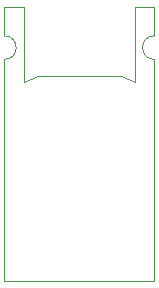
<source format=gbr>
%TF.GenerationSoftware,KiCad,Pcbnew,(6.0.8)*%
%TF.CreationDate,2022-11-05T21:02:43+01:00*%
%TF.ProjectId,epi,6570692e-6b69-4636-9164-5f7063625858,1_1*%
%TF.SameCoordinates,Original*%
%TF.FileFunction,Profile,NP*%
%FSLAX46Y46*%
G04 Gerber Fmt 4.6, Leading zero omitted, Abs format (unit mm)*
G04 Created by KiCad (PCBNEW (6.0.8)) date 2022-11-05 21:02:43*
%MOMM*%
%LPD*%
G01*
G04 APERTURE LIST*
%TA.AperFunction,Profile*%
%ADD10C,0.100000*%
%TD*%
G04 APERTURE END LIST*
D10*
X110690000Y-51036500D02*
X110690000Y-53436500D01*
X97990000Y-51036500D02*
X97990000Y-53436500D01*
X99640000Y-57336500D02*
X100840000Y-56836500D01*
X100840000Y-56836500D02*
X107840000Y-56836500D01*
X110690000Y-53436500D02*
G75*
G03*
X110690000Y-55436500I0J-1000000D01*
G01*
X97990000Y-55436500D02*
G75*
G03*
X97990000Y-53436500I0J1000000D01*
G01*
X109040000Y-51036500D02*
X110690000Y-51036500D01*
X109040000Y-57336500D02*
X109040000Y-51036500D01*
X110690000Y-74160000D02*
X110690000Y-55436500D01*
X97990000Y-74160000D02*
X110690000Y-74160000D01*
X97990000Y-55436500D02*
X97990000Y-74160000D01*
X97990000Y-51036500D02*
X99640000Y-51036500D01*
X99640000Y-51036500D02*
X99640000Y-57336500D01*
X107840000Y-56836500D02*
X109040000Y-57336500D01*
M02*

</source>
